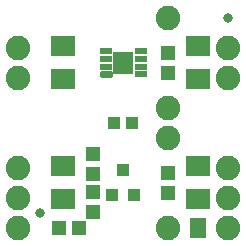
<source format=gbr>
G04 EAGLE Gerber RS-274X export*
G75*
%MOMM*%
%FSLAX34Y34*%
%LPD*%
%INSoldermask Top*%
%IPPOS*%
%AMOC8*
5,1,8,0,0,1.08239X$1,22.5*%
G01*
%ADD10C,2.082800*%
%ADD11R,2.003200X1.803200*%
%ADD12R,1.303200X1.203200*%
%ADD13R,1.003200X1.103200*%
%ADD14R,1.203200X1.303200*%
%ADD15R,1.003200X1.003200*%
%ADD16R,1.473200X0.838200*%
%ADD17R,1.053200X0.553200*%
%ADD18R,1.703200X1.953200*%
%ADD19C,0.237875*%
%ADD20C,0.838200*%


D10*
X190500Y165100D03*
X190500Y139700D03*
X12700Y165100D03*
X12700Y139700D03*
X12700Y12700D03*
X12700Y38100D03*
X12700Y63500D03*
D11*
X50800Y166400D03*
X50800Y138400D03*
X165100Y36800D03*
X165100Y64800D03*
X165100Y166400D03*
X165100Y138400D03*
D12*
X64063Y12700D03*
X47063Y12700D03*
D13*
X101600Y61800D03*
X111100Y40800D03*
X92100Y40800D03*
D14*
X76200Y26425D03*
X76200Y43425D03*
X76200Y75175D03*
X76200Y58175D03*
D15*
X109100Y101600D03*
X94100Y101600D03*
D16*
X165100Y16709D03*
X165100Y8573D03*
D10*
X190500Y12700D03*
X190500Y38100D03*
X190500Y63500D03*
D11*
X50800Y36800D03*
X50800Y64800D03*
D17*
X86850Y155650D03*
D18*
X101600Y152400D03*
D17*
X86850Y149150D03*
D19*
X90927Y141073D02*
X82773Y141073D01*
X82773Y144227D01*
X90927Y144227D01*
X90927Y141073D01*
X90927Y143333D02*
X82773Y143333D01*
D17*
X86850Y162150D03*
X116350Y142650D03*
X116350Y149150D03*
X116350Y155650D03*
X116350Y162150D03*
D14*
X139700Y59300D03*
X139700Y42300D03*
X139700Y143900D03*
X139700Y160900D03*
D10*
X139700Y88900D03*
X139700Y12700D03*
X139700Y114300D03*
X139700Y190500D03*
D20*
X31496Y25654D03*
X190500Y190500D03*
M02*

</source>
